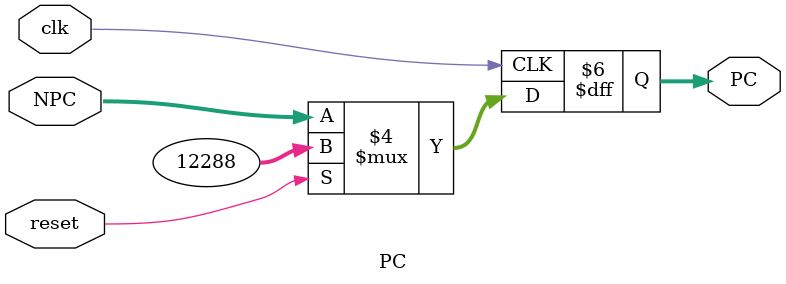
<source format=v>
`timescale 1ns / 1ps
module PC(
    input clk,
    input reset,
    input [31:0] NPC,
    output reg [31:0] PC
    );

  // initial begin
  //   PC <= 32'h00003000;  
  // end

  always @(posedge clk) begin
    if(reset == 1'b1)begin
        PC <= 32'h00003000;
        end
    else begin
        PC <= NPC;
    end
  end

endmodule

</source>
